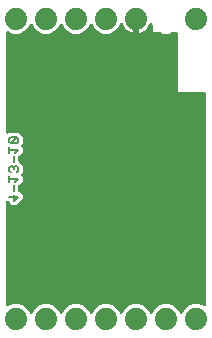
<source format=gbr>
G04 EAGLE Gerber RS-274X export*
G75*
%MOMM*%
%FSLAX34Y34*%
%LPD*%
%INBottom Copper*%
%IPPOS*%
%AMOC8*
5,1,8,0,0,1.08239X$1,22.5*%
G01*
%ADD10C,0.127000*%
%ADD11C,1.879600*%
%ADD12C,1.016000*%

G36*
X127079Y16617D02*
X127079Y16617D01*
X127099Y16616D01*
X127235Y16644D01*
X127372Y16668D01*
X127391Y16676D01*
X127410Y16680D01*
X127535Y16741D01*
X127662Y16798D01*
X127678Y16811D01*
X127696Y16820D01*
X127802Y16910D01*
X127910Y16997D01*
X127923Y17013D01*
X127938Y17026D01*
X128018Y17140D01*
X128102Y17251D01*
X128114Y17276D01*
X128121Y17286D01*
X128128Y17305D01*
X128173Y17395D01*
X129148Y19750D01*
X132650Y23252D01*
X137224Y25147D01*
X142176Y25147D01*
X146750Y23252D01*
X150252Y19750D01*
X151227Y17395D01*
X151296Y17275D01*
X151361Y17152D01*
X151375Y17137D01*
X151385Y17119D01*
X151482Y17019D01*
X151575Y16916D01*
X151592Y16905D01*
X151606Y16891D01*
X151725Y16818D01*
X151841Y16742D01*
X151860Y16735D01*
X151877Y16724D01*
X152010Y16683D01*
X152142Y16638D01*
X152162Y16637D01*
X152181Y16631D01*
X152320Y16624D01*
X152459Y16613D01*
X152479Y16617D01*
X152499Y16616D01*
X152635Y16644D01*
X152772Y16668D01*
X152791Y16676D01*
X152810Y16680D01*
X152936Y16741D01*
X153062Y16798D01*
X153078Y16811D01*
X153096Y16820D01*
X153202Y16910D01*
X153310Y16997D01*
X153323Y17013D01*
X153338Y17026D01*
X153418Y17140D01*
X153502Y17251D01*
X153514Y17276D01*
X153521Y17286D01*
X153528Y17305D01*
X153573Y17395D01*
X154548Y19751D01*
X158050Y23252D01*
X162624Y25147D01*
X167576Y25147D01*
X171980Y23322D01*
X172028Y23309D01*
X172073Y23288D01*
X172181Y23267D01*
X172287Y23238D01*
X172337Y23238D01*
X172386Y23228D01*
X172495Y23235D01*
X172605Y23233D01*
X172653Y23245D01*
X172703Y23248D01*
X172807Y23282D01*
X172914Y23307D01*
X172958Y23331D01*
X173005Y23346D01*
X173098Y23405D01*
X173195Y23456D01*
X173232Y23490D01*
X173274Y23516D01*
X173349Y23596D01*
X173431Y23670D01*
X173458Y23712D01*
X173492Y23748D01*
X173545Y23844D01*
X173605Y23936D01*
X173622Y23983D01*
X173646Y24026D01*
X173673Y24133D01*
X173709Y24237D01*
X173713Y24286D01*
X173725Y24334D01*
X173735Y24495D01*
X173735Y203200D01*
X173720Y203318D01*
X173713Y203437D01*
X173700Y203475D01*
X173695Y203516D01*
X173652Y203626D01*
X173615Y203739D01*
X173593Y203774D01*
X173578Y203811D01*
X173509Y203907D01*
X173445Y204008D01*
X173415Y204036D01*
X173392Y204069D01*
X173300Y204145D01*
X173213Y204226D01*
X173178Y204246D01*
X173147Y204271D01*
X173039Y204322D01*
X172935Y204380D01*
X172895Y204390D01*
X172859Y204407D01*
X172742Y204429D01*
X172627Y204459D01*
X172567Y204463D01*
X172547Y204467D01*
X172526Y204465D01*
X172466Y204469D01*
X149859Y204469D01*
X149859Y254000D01*
X149844Y254118D01*
X149837Y254237D01*
X149824Y254275D01*
X149819Y254316D01*
X149776Y254426D01*
X149739Y254539D01*
X149717Y254574D01*
X149702Y254611D01*
X149633Y254707D01*
X149569Y254808D01*
X149539Y254836D01*
X149516Y254869D01*
X149424Y254945D01*
X149337Y255026D01*
X149302Y255046D01*
X149271Y255071D01*
X149163Y255122D01*
X149059Y255180D01*
X149019Y255190D01*
X148983Y255207D01*
X148866Y255229D01*
X148751Y255259D01*
X148691Y255263D01*
X148671Y255267D01*
X148650Y255265D01*
X148590Y255269D01*
X145213Y255269D01*
X145204Y255268D01*
X145194Y255269D01*
X145046Y255248D01*
X144897Y255229D01*
X144889Y255226D01*
X144880Y255225D01*
X144727Y255173D01*
X142201Y254126D01*
X137199Y254126D01*
X134673Y255173D01*
X134664Y255175D01*
X134656Y255180D01*
X134511Y255217D01*
X134366Y255257D01*
X134357Y255257D01*
X134348Y255259D01*
X134187Y255269D01*
X128269Y255269D01*
X128269Y261187D01*
X128268Y261196D01*
X128269Y261206D01*
X128248Y261354D01*
X128229Y261503D01*
X128226Y261511D01*
X128225Y261520D01*
X128173Y261673D01*
X127834Y262489D01*
X127820Y262515D01*
X127810Y262544D01*
X127741Y262653D01*
X127677Y262766D01*
X127656Y262787D01*
X127640Y262812D01*
X127546Y262901D01*
X127456Y262994D01*
X127430Y263010D01*
X127408Y263030D01*
X127295Y263093D01*
X127184Y263160D01*
X127156Y263169D01*
X127130Y263184D01*
X127004Y263216D01*
X126881Y263254D01*
X126851Y263255D01*
X126822Y263263D01*
X126692Y263263D01*
X126563Y263269D01*
X126534Y263263D01*
X126504Y263263D01*
X126378Y263231D01*
X126251Y263205D01*
X126225Y263192D01*
X126196Y263184D01*
X126082Y263122D01*
X125966Y263065D01*
X125943Y263046D01*
X125917Y263031D01*
X125822Y262943D01*
X125724Y262859D01*
X125707Y262834D01*
X125685Y262814D01*
X125615Y262704D01*
X125541Y262599D01*
X125530Y262571D01*
X125514Y262546D01*
X125455Y262396D01*
X125364Y262117D01*
X124511Y260443D01*
X123406Y258922D01*
X122078Y257594D01*
X120557Y256489D01*
X118883Y255636D01*
X117096Y255055D01*
X116839Y255015D01*
X116839Y265430D01*
X116824Y265548D01*
X116817Y265667D01*
X116804Y265705D01*
X116799Y265745D01*
X116756Y265856D01*
X116719Y265969D01*
X116697Y266003D01*
X116682Y266041D01*
X116612Y266137D01*
X116549Y266238D01*
X116519Y266266D01*
X116495Y266298D01*
X116404Y266374D01*
X116317Y266456D01*
X116282Y266475D01*
X116251Y266501D01*
X116143Y266552D01*
X116039Y266609D01*
X115999Y266620D01*
X115963Y266637D01*
X115846Y266659D01*
X115731Y266689D01*
X115670Y266693D01*
X115650Y266697D01*
X115630Y266695D01*
X115570Y266699D01*
X113030Y266699D01*
X112912Y266684D01*
X112793Y266677D01*
X112755Y266664D01*
X112714Y266659D01*
X112604Y266615D01*
X112491Y266579D01*
X112456Y266557D01*
X112419Y266542D01*
X112323Y266472D01*
X112222Y266409D01*
X112194Y266379D01*
X112161Y266355D01*
X112086Y266264D01*
X112004Y266177D01*
X111984Y266142D01*
X111959Y266110D01*
X111908Y266003D01*
X111850Y265898D01*
X111840Y265859D01*
X111823Y265823D01*
X111801Y265706D01*
X111771Y265591D01*
X111767Y265530D01*
X111763Y265510D01*
X111765Y265490D01*
X111761Y265430D01*
X111761Y255015D01*
X111504Y255055D01*
X109717Y255636D01*
X108043Y256489D01*
X106522Y257594D01*
X105194Y258922D01*
X104089Y260443D01*
X103236Y262117D01*
X103085Y262582D01*
X103072Y262609D01*
X103065Y262638D01*
X103005Y262752D01*
X102950Y262870D01*
X102931Y262893D01*
X102917Y262919D01*
X102830Y263015D01*
X102747Y263115D01*
X102723Y263132D01*
X102703Y263154D01*
X102594Y263226D01*
X102490Y263302D01*
X102462Y263313D01*
X102437Y263329D01*
X102314Y263371D01*
X102194Y263419D01*
X102164Y263423D01*
X102136Y263432D01*
X102007Y263443D01*
X101879Y263459D01*
X101849Y263455D01*
X101819Y263458D01*
X101691Y263435D01*
X101563Y263419D01*
X101535Y263408D01*
X101506Y263403D01*
X101388Y263350D01*
X101267Y263302D01*
X101243Y263285D01*
X101216Y263273D01*
X101115Y263192D01*
X101010Y263116D01*
X100991Y263093D01*
X100967Y263074D01*
X100889Y262970D01*
X100807Y262871D01*
X100794Y262844D01*
X100776Y262820D01*
X100705Y262675D01*
X99452Y259650D01*
X95950Y256148D01*
X91376Y254253D01*
X86424Y254253D01*
X81850Y256148D01*
X78348Y259649D01*
X77373Y262005D01*
X77304Y262126D01*
X77239Y262248D01*
X77225Y262263D01*
X77215Y262281D01*
X77118Y262381D01*
X77025Y262484D01*
X77008Y262495D01*
X76994Y262509D01*
X76876Y262582D01*
X76759Y262658D01*
X76740Y262665D01*
X76723Y262676D01*
X76590Y262716D01*
X76458Y262762D01*
X76438Y262763D01*
X76419Y262769D01*
X76280Y262776D01*
X76141Y262787D01*
X76121Y262783D01*
X76101Y262784D01*
X75965Y262756D01*
X75828Y262732D01*
X75809Y262724D01*
X75790Y262720D01*
X75665Y262659D01*
X75538Y262602D01*
X75522Y262589D01*
X75504Y262580D01*
X75398Y262490D01*
X75290Y262403D01*
X75277Y262387D01*
X75262Y262374D01*
X75182Y262260D01*
X75098Y262149D01*
X75086Y262124D01*
X75079Y262114D01*
X75072Y262095D01*
X75027Y262005D01*
X74052Y259650D01*
X70550Y256148D01*
X65976Y254253D01*
X61024Y254253D01*
X56450Y256148D01*
X52948Y259650D01*
X51973Y262005D01*
X51904Y262125D01*
X51839Y262248D01*
X51825Y262263D01*
X51815Y262281D01*
X51718Y262381D01*
X51625Y262484D01*
X51608Y262495D01*
X51594Y262509D01*
X51475Y262582D01*
X51359Y262658D01*
X51340Y262665D01*
X51323Y262676D01*
X51190Y262716D01*
X51058Y262762D01*
X51038Y262763D01*
X51019Y262769D01*
X50880Y262776D01*
X50741Y262787D01*
X50721Y262783D01*
X50701Y262784D01*
X50565Y262756D01*
X50428Y262732D01*
X50409Y262724D01*
X50390Y262720D01*
X50264Y262659D01*
X50138Y262602D01*
X50122Y262589D01*
X50104Y262580D01*
X49998Y262490D01*
X49890Y262403D01*
X49877Y262387D01*
X49862Y262374D01*
X49782Y262260D01*
X49698Y262149D01*
X49686Y262124D01*
X49679Y262114D01*
X49672Y262095D01*
X49627Y262005D01*
X48652Y259650D01*
X45150Y256148D01*
X40576Y254253D01*
X35624Y254253D01*
X31050Y256148D01*
X27548Y259650D01*
X26573Y262005D01*
X26504Y262125D01*
X26439Y262248D01*
X26425Y262263D01*
X26415Y262281D01*
X26318Y262381D01*
X26225Y262484D01*
X26208Y262495D01*
X26194Y262509D01*
X26075Y262582D01*
X25959Y262658D01*
X25940Y262665D01*
X25923Y262676D01*
X25790Y262716D01*
X25658Y262762D01*
X25638Y262763D01*
X25619Y262769D01*
X25480Y262776D01*
X25341Y262787D01*
X25321Y262783D01*
X25301Y262784D01*
X25165Y262756D01*
X25028Y262732D01*
X25009Y262724D01*
X24990Y262720D01*
X24864Y262659D01*
X24738Y262602D01*
X24722Y262589D01*
X24704Y262580D01*
X24598Y262490D01*
X24490Y262403D01*
X24477Y262387D01*
X24462Y262374D01*
X24382Y262260D01*
X24298Y262149D01*
X24286Y262124D01*
X24279Y262114D01*
X24272Y262095D01*
X24227Y262005D01*
X23252Y259650D01*
X19750Y256148D01*
X15176Y254253D01*
X10224Y254253D01*
X5820Y256078D01*
X5772Y256091D01*
X5727Y256112D01*
X5619Y256133D01*
X5513Y256162D01*
X5463Y256162D01*
X5414Y256172D01*
X5305Y256165D01*
X5195Y256167D01*
X5147Y256155D01*
X5097Y256152D01*
X4993Y256118D01*
X4886Y256093D01*
X4842Y256069D01*
X4795Y256054D01*
X4702Y255995D01*
X4605Y255944D01*
X4568Y255910D01*
X4526Y255884D01*
X4451Y255804D01*
X4369Y255730D01*
X4342Y255688D01*
X4308Y255652D01*
X4255Y255556D01*
X4195Y255464D01*
X4178Y255417D01*
X4154Y255374D01*
X4127Y255267D01*
X4091Y255163D01*
X4087Y255114D01*
X4075Y255066D01*
X4065Y254905D01*
X4065Y170677D01*
X4082Y170539D01*
X4095Y170400D01*
X4102Y170381D01*
X4105Y170361D01*
X4156Y170232D01*
X4203Y170101D01*
X4214Y170084D01*
X4222Y170065D01*
X4303Y169953D01*
X4381Y169838D01*
X4397Y169824D01*
X4408Y169808D01*
X4515Y169719D01*
X4620Y169627D01*
X4638Y169618D01*
X4653Y169605D01*
X4779Y169546D01*
X4903Y169483D01*
X4923Y169478D01*
X4941Y169470D01*
X5077Y169444D01*
X5213Y169413D01*
X5234Y169414D01*
X5253Y169410D01*
X5392Y169418D01*
X5531Y169423D01*
X5551Y169428D01*
X5571Y169430D01*
X5703Y169472D01*
X5837Y169511D01*
X5854Y169521D01*
X5873Y169528D01*
X5991Y169602D01*
X6111Y169673D01*
X6132Y169691D01*
X6142Y169698D01*
X6156Y169713D01*
X6232Y169779D01*
X6730Y170278D01*
X8235Y170278D01*
X10307Y170278D01*
X10308Y170278D01*
X14866Y170278D01*
X18295Y166849D01*
X18295Y164832D01*
X18295Y162802D01*
X18295Y161255D01*
X17296Y160256D01*
X17261Y160220D01*
X17188Y160127D01*
X17109Y160038D01*
X17091Y160001D01*
X17066Y159969D01*
X17019Y159860D01*
X16965Y159754D01*
X16956Y159715D01*
X16940Y159677D01*
X16921Y159560D01*
X16895Y159444D01*
X16896Y159403D01*
X16890Y159363D01*
X16901Y159245D01*
X16905Y159126D01*
X16916Y159087D01*
X16920Y159046D01*
X16960Y158935D01*
X16993Y158821D01*
X17014Y158786D01*
X17028Y158747D01*
X17095Y158649D01*
X17155Y158547D01*
X17195Y158501D01*
X17206Y158484D01*
X17222Y158471D01*
X17261Y158426D01*
X18295Y157392D01*
X18295Y154340D01*
X14854Y150899D01*
X14793Y150820D01*
X14725Y150748D01*
X14696Y150695D01*
X14659Y150647D01*
X14619Y150556D01*
X14572Y150470D01*
X14557Y150411D01*
X14532Y150356D01*
X14517Y150258D01*
X14492Y150162D01*
X14486Y150062D01*
X14483Y150041D01*
X14484Y150029D01*
X14482Y150001D01*
X14482Y146630D01*
X14494Y146532D01*
X14497Y146433D01*
X14514Y146375D01*
X14522Y146315D01*
X14558Y146223D01*
X14586Y146128D01*
X14617Y146076D01*
X14639Y146019D01*
X14697Y145939D01*
X14747Y145854D01*
X14814Y145778D01*
X14826Y145762D01*
X14835Y145754D01*
X14854Y145733D01*
X17396Y143191D01*
X18295Y142291D01*
X18295Y140275D01*
X18295Y138244D01*
X18295Y136698D01*
X17296Y135699D01*
X17296Y135698D01*
X17261Y135663D01*
X17188Y135569D01*
X17109Y135480D01*
X17091Y135444D01*
X17066Y135412D01*
X17019Y135303D01*
X16965Y135197D01*
X16956Y135157D01*
X16940Y135120D01*
X16921Y135002D01*
X16895Y134887D01*
X16896Y134846D01*
X16890Y134806D01*
X16901Y134688D01*
X16905Y134569D01*
X16916Y134530D01*
X16920Y134489D01*
X16960Y134377D01*
X16993Y134263D01*
X17014Y134228D01*
X17028Y134190D01*
X17095Y134092D01*
X17155Y133989D01*
X17195Y133944D01*
X17206Y133927D01*
X17222Y133913D01*
X17261Y133869D01*
X18295Y132835D01*
X18295Y129783D01*
X14854Y126341D01*
X14793Y126263D01*
X14725Y126191D01*
X14696Y126138D01*
X14659Y126090D01*
X14619Y125999D01*
X14572Y125912D01*
X14557Y125854D01*
X14532Y125798D01*
X14517Y125700D01*
X14492Y125605D01*
X14486Y125505D01*
X14483Y125484D01*
X14484Y125472D01*
X14482Y125444D01*
X14482Y121161D01*
X14497Y121043D01*
X14504Y120924D01*
X14517Y120886D01*
X14522Y120846D01*
X14566Y120735D01*
X14602Y120622D01*
X14624Y120588D01*
X14639Y120550D01*
X14709Y120454D01*
X14772Y120353D01*
X14802Y120325D01*
X14826Y120293D01*
X14917Y120217D01*
X15004Y120135D01*
X15040Y120116D01*
X15071Y120090D01*
X15178Y120039D01*
X15283Y119982D01*
X15322Y119972D01*
X15358Y119954D01*
X15475Y119932D01*
X15591Y119902D01*
X15651Y119898D01*
X15671Y119895D01*
X15691Y119896D01*
X15751Y119892D01*
X16137Y119892D01*
X18295Y117734D01*
X18295Y114682D01*
X12324Y108711D01*
X9272Y108711D01*
X7115Y110869D01*
X7115Y111255D01*
X7100Y111373D01*
X7092Y111492D01*
X7080Y111531D01*
X7075Y111571D01*
X7031Y111682D01*
X6994Y111795D01*
X6973Y111829D01*
X6958Y111866D01*
X6888Y111963D01*
X6824Y112063D01*
X6795Y112091D01*
X6771Y112124D01*
X6679Y112200D01*
X6592Y112281D01*
X6557Y112301D01*
X6526Y112327D01*
X6418Y112377D01*
X6314Y112435D01*
X6275Y112445D01*
X6238Y112462D01*
X6121Y112485D01*
X6006Y112514D01*
X5946Y112518D01*
X5926Y112522D01*
X5905Y112521D01*
X5845Y112525D01*
X5334Y112525D01*
X5216Y112510D01*
X5097Y112502D01*
X5059Y112490D01*
X5018Y112485D01*
X4908Y112441D01*
X4795Y112404D01*
X4760Y112383D01*
X4723Y112368D01*
X4627Y112298D01*
X4526Y112234D01*
X4498Y112205D01*
X4465Y112181D01*
X4389Y112089D01*
X4308Y112002D01*
X4288Y111967D01*
X4263Y111936D01*
X4212Y111828D01*
X4154Y111724D01*
X4144Y111685D01*
X4127Y111648D01*
X4105Y111531D01*
X4075Y111416D01*
X4071Y111356D01*
X4067Y111336D01*
X4069Y111315D01*
X4065Y111255D01*
X4065Y24495D01*
X4071Y24446D01*
X4069Y24396D01*
X4091Y24289D01*
X4105Y24179D01*
X4123Y24133D01*
X4133Y24085D01*
X4181Y23986D01*
X4222Y23884D01*
X4251Y23844D01*
X4273Y23799D01*
X4344Y23715D01*
X4408Y23626D01*
X4447Y23595D01*
X4479Y23557D01*
X4569Y23494D01*
X4653Y23424D01*
X4698Y23402D01*
X4739Y23374D01*
X4842Y23335D01*
X4941Y23288D01*
X4990Y23279D01*
X5036Y23261D01*
X5146Y23249D01*
X5253Y23228D01*
X5303Y23231D01*
X5352Y23226D01*
X5461Y23241D01*
X5571Y23248D01*
X5618Y23263D01*
X5667Y23270D01*
X5820Y23322D01*
X10224Y25147D01*
X15176Y25147D01*
X19750Y23252D01*
X23252Y19750D01*
X24227Y17395D01*
X24296Y17275D01*
X24361Y17152D01*
X24375Y17137D01*
X24385Y17119D01*
X24482Y17019D01*
X24575Y16916D01*
X24592Y16905D01*
X24606Y16891D01*
X24725Y16818D01*
X24841Y16742D01*
X24860Y16735D01*
X24877Y16724D01*
X25010Y16683D01*
X25142Y16638D01*
X25162Y16637D01*
X25181Y16631D01*
X25320Y16624D01*
X25459Y16613D01*
X25479Y16617D01*
X25499Y16616D01*
X25635Y16644D01*
X25772Y16668D01*
X25791Y16676D01*
X25810Y16680D01*
X25936Y16741D01*
X26062Y16798D01*
X26078Y16811D01*
X26096Y16820D01*
X26202Y16910D01*
X26310Y16997D01*
X26323Y17013D01*
X26338Y17026D01*
X26418Y17140D01*
X26502Y17251D01*
X26514Y17276D01*
X26521Y17286D01*
X26528Y17305D01*
X26573Y17395D01*
X27548Y19751D01*
X31050Y23252D01*
X35624Y25147D01*
X40576Y25147D01*
X45150Y23252D01*
X48652Y19750D01*
X49627Y17395D01*
X49696Y17275D01*
X49761Y17152D01*
X49775Y17137D01*
X49785Y17119D01*
X49882Y17019D01*
X49975Y16916D01*
X49992Y16905D01*
X50006Y16891D01*
X50125Y16818D01*
X50241Y16742D01*
X50260Y16735D01*
X50277Y16724D01*
X50410Y16683D01*
X50542Y16638D01*
X50562Y16637D01*
X50581Y16631D01*
X50720Y16624D01*
X50859Y16613D01*
X50879Y16617D01*
X50899Y16616D01*
X51035Y16644D01*
X51172Y16668D01*
X51191Y16676D01*
X51210Y16680D01*
X51336Y16741D01*
X51462Y16798D01*
X51478Y16811D01*
X51496Y16820D01*
X51602Y16910D01*
X51710Y16997D01*
X51723Y17013D01*
X51738Y17026D01*
X51818Y17140D01*
X51902Y17251D01*
X51914Y17276D01*
X51921Y17286D01*
X51928Y17305D01*
X51973Y17395D01*
X52948Y19751D01*
X56450Y23252D01*
X61024Y25147D01*
X65976Y25147D01*
X70550Y23252D01*
X74052Y19750D01*
X75027Y17395D01*
X75096Y17275D01*
X75161Y17152D01*
X75175Y17137D01*
X75185Y17119D01*
X75282Y17019D01*
X75375Y16916D01*
X75392Y16905D01*
X75406Y16891D01*
X75525Y16818D01*
X75641Y16742D01*
X75660Y16735D01*
X75677Y16724D01*
X75810Y16683D01*
X75942Y16638D01*
X75962Y16637D01*
X75981Y16631D01*
X76120Y16624D01*
X76259Y16613D01*
X76279Y16617D01*
X76299Y16616D01*
X76435Y16644D01*
X76572Y16668D01*
X76591Y16676D01*
X76610Y16680D01*
X76736Y16741D01*
X76862Y16798D01*
X76878Y16811D01*
X76896Y16820D01*
X77002Y16910D01*
X77110Y16997D01*
X77123Y17013D01*
X77138Y17026D01*
X77218Y17140D01*
X77302Y17251D01*
X77314Y17276D01*
X77321Y17286D01*
X77328Y17305D01*
X77373Y17395D01*
X78348Y19751D01*
X81850Y23252D01*
X86424Y25147D01*
X91376Y25147D01*
X95950Y23252D01*
X99452Y19750D01*
X100427Y17395D01*
X100496Y17275D01*
X100561Y17152D01*
X100575Y17137D01*
X100585Y17119D01*
X100682Y17019D01*
X100775Y16916D01*
X100792Y16905D01*
X100806Y16891D01*
X100925Y16818D01*
X101041Y16742D01*
X101060Y16735D01*
X101077Y16724D01*
X101210Y16683D01*
X101342Y16638D01*
X101362Y16637D01*
X101381Y16631D01*
X101520Y16624D01*
X101659Y16613D01*
X101679Y16617D01*
X101699Y16616D01*
X101835Y16644D01*
X101972Y16668D01*
X101991Y16676D01*
X102010Y16680D01*
X102136Y16741D01*
X102262Y16798D01*
X102278Y16811D01*
X102296Y16820D01*
X102402Y16910D01*
X102510Y16997D01*
X102523Y17013D01*
X102538Y17026D01*
X102618Y17140D01*
X102702Y17251D01*
X102714Y17276D01*
X102721Y17286D01*
X102728Y17305D01*
X102773Y17395D01*
X103748Y19751D01*
X107250Y23252D01*
X111824Y25147D01*
X116776Y25147D01*
X121350Y23252D01*
X124852Y19751D01*
X125827Y17395D01*
X125896Y17274D01*
X125961Y17152D01*
X125975Y17137D01*
X125985Y17119D01*
X126082Y17019D01*
X126175Y16916D01*
X126192Y16905D01*
X126206Y16891D01*
X126324Y16818D01*
X126441Y16742D01*
X126460Y16735D01*
X126477Y16724D01*
X126610Y16684D01*
X126742Y16638D01*
X126762Y16637D01*
X126781Y16631D01*
X126920Y16624D01*
X127059Y16613D01*
X127079Y16617D01*
G37*
D10*
X6985Y116208D02*
X14612Y116208D01*
X10798Y112395D01*
X10798Y117479D01*
X10798Y120581D02*
X10798Y125665D01*
X12069Y128767D02*
X14612Y131309D01*
X6985Y131309D01*
X6985Y128767D02*
X6985Y133851D01*
X13340Y136952D02*
X14612Y138223D01*
X14612Y140766D01*
X13340Y142037D01*
X12069Y142037D01*
X10798Y140766D01*
X10798Y139495D01*
X10798Y140766D02*
X9527Y142037D01*
X8256Y142037D01*
X6985Y140766D01*
X6985Y138223D01*
X8256Y136952D01*
X10798Y145138D02*
X10798Y150222D01*
X12069Y153324D02*
X14612Y155866D01*
X6985Y155866D01*
X6985Y153324D02*
X6985Y158408D01*
X8256Y161510D02*
X13340Y161510D01*
X14612Y162781D01*
X14612Y165323D01*
X13340Y166594D01*
X8256Y166594D01*
X6985Y165323D01*
X6985Y162781D01*
X8256Y161510D01*
X13340Y166594D01*
D11*
X114300Y266700D03*
X88900Y266700D03*
X114300Y12700D03*
X88900Y12700D03*
X63500Y12700D03*
X38100Y12700D03*
X12700Y12700D03*
X165100Y12700D03*
X139700Y12700D03*
X12700Y266700D03*
X38100Y266700D03*
X63500Y266700D03*
X165100Y266700D03*
D12*
X25400Y139700D03*
X152400Y139700D03*
M02*

</source>
